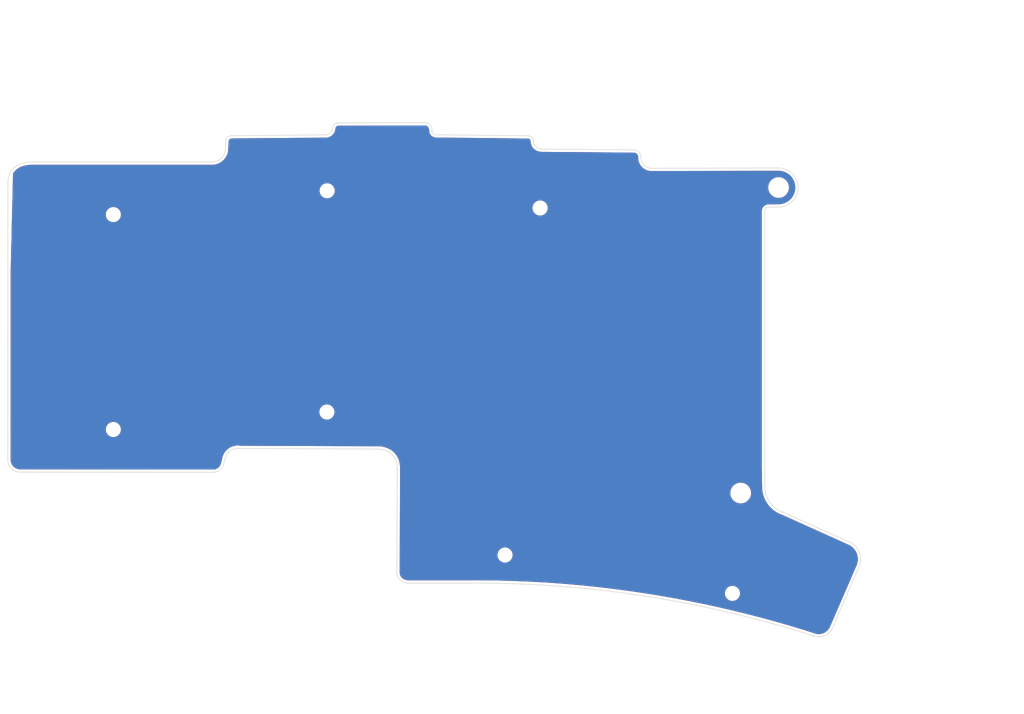
<source format=kicad_pcb>
(kicad_pcb (version 20241229) (generator "pcbnew") (generator_version "9.0")
  (title_block (title "Cirrus40") (rev "1") (company "schuay"))
  (layers (0 "F.Cu" signal) (2 "B.Cu" signal) (13 "F.Paste" user) (15 "B.Paste" user) (5 "F.SilkS" user "F.Silkscreen") (7 "B.SilkS" user "B.Silkscreen") (1 "F.Mask" user) (3 "B.Mask" user) (25 "Edge.Cuts" user))
  (net 0 "")
  (net 1 "GND")
  (footprint "MountingHole:MountingHole_2.2mm_M2" (layer "F.Cu") (at 59.44306 65.577056)
    (property "Reference" "REF**" (hide yes))
    (property "Value" "MountingHole_2.2mm_M2")
    (pad "" np_thru_hole circle (at 0 0) (size 2.2 2.2) (drill 2.2) (layers "*.Cu" "*.Mask"))
  )
  (footprint "MountingHole:MountingHole_2.2mm_M2" (layer "F.Cu") (at 135.5 64.4)
    (property "Reference" "REF**" (hide yes))
    (property "Value" "MountingHole_2.2mm_M2")
    (pad "" np_thru_hole circle (at 0 0) (size 2.2 2.2) (drill 2.2) (layers "*.Cu" "*.Mask"))
  )
  (footprint "MountingHole:MountingHole_2.2mm_M2" (layer "F.Cu") (at 129.25 126.25)
    (property "Reference" "REF**" (hide yes))
    (property "Value" "MountingHole_2.2mm_M2")
    (pad "" np_thru_hole circle (at 0 0) (size 2.2 2.2) (drill 2.2) (layers "*.Cu" "*.Mask"))
  )
  (footprint "MountingHole:MountingHole_2.2mm_M2" (layer "F.Cu") (at 59.44306 103.877056)
    (property "Reference" "REF**" (hide yes))
    (property "Value" "MountingHole_2.2mm_M2")
    (pad "" np_thru_hole circle (at 0 0) (size 2.2 2.2) (drill 2.2) (layers "*.Cu" "*.Mask"))
  )
  (footprint "MountingHole:MountingHole_2.2mm_M2" (layer "F.Cu") (at 97.547338 61.328905)
    (property "Reference" "REF**" (hide yes))
    (property "Value" "MountingHole_2.2mm_M2")
    (pad "" np_thru_hole circle (at 0 0) (size 2.2 2.2) (drill 2.2) (layers "*.Cu" "*.Mask"))
  )
  (footprint "MountingHole:MountingHole_2.2mm_M2" (layer "F.Cu") (at 169.780996 133.082312)
    (property "Reference" "REF**" (hide yes))
    (property "Value" "MountingHole_2.2mm_M2")
    (pad "" np_thru_hole circle (at 0 0) (size 2.2 2.2) (drill 2.2) (layers "*.Cu" "*.Mask"))
  )
  (footprint "MountingHole:MountingHole_3.2mm_M3" (layer "F.Cu") (at 171.25 115.2)
    (property "Reference" "REF**" (hide yes))
    (property "Value" "MountingHole_3.2mm_M3")
    (pad "" np_thru_hole circle (at 0 0) (size 3.2 3.2) (drill 3.2) (layers "*.Cu" "*.Mask"))
  )
  (footprint "MountingHole:MountingHole_3.2mm_M3" (layer "F.Cu") (at 178 60.75)
    (property "Reference" "REF**" (hide yes))
    (property "Value" "MountingHole_3.2mm_M3")
    (pad "" np_thru_hole circle (at 0 0) (size 3.2 3.2) (drill 3.2) (layers "*.Cu" "*.Mask"))
  )
  (footprint "MountingHole:MountingHole_2.2mm_M2" (layer "F.Cu") (at 97.502036 100.76535)
    (property "Reference" "REF**" (hide yes))
    (property "Value" "MountingHole_2.2mm_M2")
    (pad "" np_thru_hole circle (at 0 0) (size 2.2 2.2) (drill 2.2) (layers "*.Cu" "*.Mask"))
  )
  (gr_line (start 79.497285 52.494748) (end 79.397672 54.176851) (stroke (width 0.1)) (layer "Edge.Cuts"))
  (gr_curve (pts (xy 134.294428 52.309002) (xy 134.294428 53.975) (xy 135.88141 53.899538) (xy 135.88141 53.899538)) (stroke (width 0.1)) (layer "Edge.Cuts"))
  (gr_arc (start 79.497285 52.494748) (mid 79.796137 51.810122) (end 80.428137 51.502901) (stroke (width 0.1)) (layer "Edge.Cuts"))
  (gr_arc (start 190.958273 124.086814) (mid 192.388435 125.746797) (end 192.230074 128.593028) (stroke (width 0.1)) (layer "Edge.Cuts"))
  (gr_line (start 99.685441 49.227305) (end 114.987117 49.194537) (stroke (width 0.1)) (layer "Edge.Cuts"))
  (gr_curve (pts (xy 99.685441 49.227305) (xy 98.5 49.227305) (xy 98.517265 50.283396) (xy 98.517265 50.283396)) (stroke (width 0.1)) (layer "Edge.Cuts"))
  (gr_arc (start 178.879551 118.641336) (mid 176.46817 116.871881) (end 175.569409 114.277279) (stroke (width 0.1)) (layer "Edge.Cuts"))
  (gr_curve (pts (xy 110.049538 110.843938) (xy 110.049538 107.418019) (xy 106.845074 107.364877) (xy 106.845074 107.364877)) (stroke (width 0.1)) (layer "Edge.Cuts"))
  (gr_arc (start 79.397672 54.176851) (mid 78.721671 55.494832) (end 77.016691 56.202796) (stroke (width 0.1)) (layer "Edge.Cuts"))
  (gr_line (start 178.879551 118.641336) (end 190.958273 124.086814) (stroke (width 0.1)) (layer "Edge.Cuts"))
  (gr_line (start 82.037473 107.267484) (end 106.845074 107.364877) (stroke (width 0.1)) (layer "Edge.Cuts"))
  (gr_curve (pts (xy 45.031876 56.202796) (xy 40.64 56.202796) (xy 40.649101 59.595156) (xy 40.649101 59.595156)) (stroke (width 0.1)) (layer "Edge.Cuts"))
  (gr_line (start 40.64 109.215476) (end 40.649101 59.595156) (stroke (width 0.1)) (layer "Edge.Cuts"))
  (gr_line (start 176.250018 64.25) (end 178.070175 64.231722) (stroke (width 0.1)) (layer "Edge.Cuts"))
  (gr_line (start 42.843832 111.477725) (end 77.25909 111.508722) (stroke (width 0.1)) (layer "Edge.Cuts"))
  (gr_arc (start 155.34665 57.316713) (mid 154.008636 56.737843) (end 153.480447 55.3212) (stroke (width 0.1)) (layer "Edge.Cuts"))
  (gr_line (start 175.5 65.000008) (end 175.500343 110.430326) (stroke (width 0.1)) (layer "Edge.Cuts"))
  (gr_line (start 135.88141 53.899538) (end 152.218525 54.037742) (stroke (width 0.1)) (layer "Edge.Cuts"))
  (gr_arc (start 42.843832 111.477725) (mid 41.303323 110.847548) (end 40.64 109.215476) (stroke (width 0.1)) (layer "Edge.Cuts"))
  (gr_line (start 79.316796 109.170663) (end 79.084788 110.145018) (stroke (width 0.1)) (layer "Edge.Cuts"))
  (gr_line (start 192.230074 128.593028) (end 187.596582 139.289075) (stroke (width 0.1)) (layer "Edge.Cuts"))
  (gr_arc (start 79.084788 110.145018) (mid 78.604563 110.944026) (end 77.25909 111.508722) (stroke (width 0.1)) (layer "Edge.Cuts"))
  (gr_line (start 117.188751 51.348223) (end 133.370586 51.521996) (stroke (width 0.1)) (layer "Edge.Cuts"))
  (gr_arc (start 79.316796 109.170663) (mid 79.83219 108.064193) (end 82.037473 107.267484) (stroke (width 0.1)) (layer "Edge.Cuts"))
  (gr_arc (start 175.5 65.000008) (mid 175.71967 64.46967) (end 176.250018 64.25) (stroke (width 0.1)) (layer "Edge.Cuts"))
  (gr_line (start 45.031876 56.202796) (end 77.016691 56.202796) (stroke (width 0.1)) (layer "Edge.Cuts"))
  (gr_line (start 97.155 51.367103) (end 80.428137 51.502901) (stroke (width 0.1)) (layer "Edge.Cuts"))
  (gr_arc (start 187.596582 139.289075) (mid 186.176086 140.638018) (end 184.047178 140.613355) (stroke (width 0.1)) (layer "Edge.Cuts"))
  (gr_arc (start 152.218525 54.037742) (mid 153.104472 54.413528) (end 153.480442 55.3212) (stroke (width 0.1)) (layer "Edge.Cuts"))
  (gr_curve (pts (xy 116.246171 50.619063) (xy 116.246171 51.435) (xy 117.188751 51.348223) (xy 117.188751 51.348223)) (stroke (width 0.1)) (layer "Edge.Cuts"))
  (gr_arc (start 177.984101 57.267607) (mid 181.482427 60.75) (end 178.070175 64.231722) (stroke (width 0.1)) (layer "Edge.Cuts"))
  (gr_line (start 123.001162 131.253815) (end 112 131.253815) (stroke (width 0.1)) (layer "Edge.Cuts"))
  (gr_arc (start 133.370586 51.521996) (mid 133.964678 51.744316) (end 134.294428 52.308779) (stroke (width 0.1)) (layer "Edge.Cuts"))
  (gr_curve (pts (xy 97.155 51.367103) (xy 98.425 51.367103) (xy 98.517265 50.283396) (xy 98.517265 50.283396)) (stroke (width 0.1)) (layer "Edge.Cuts"))
  (gr_line (start 110.049538 110.843938) (end 109.976394 129.23506) (stroke (width 0.1)) (layer "Edge.Cuts"))
  (gr_curve (pts (xy 114.987117 49.194537) (xy 116.2 49.194537) (xy 116.246171 50.619063) (xy 116.246171 50.619063)) (stroke (width 0.1)) (layer "Edge.Cuts"))
  (gr_line (start 155.34665 57.316713) (end 177.984101 57.267607) (stroke (width 0.1)) (layer "Edge.Cuts"))
  (gr_curve (pts (xy 109.976394 129.23506) (xy 109.976394 131.253815) (xy 112 131.253815) (xy 112 131.253815)) (stroke (width 0.1)) (layer "Edge.Cuts"))
  (gr_line (start 175.500343 110.430326) (end 175.569409 114.277279) (stroke (width 0.1)) (layer "Edge.Cuts"))
  (gr_arc (start 123.001162 131.253815) (mid 154.879613 133.683408) (end 184.047178 140.613355) (stroke (width 0.1)) (layer "Edge.Cuts"))
  (zone (net 1) (net_name "GND") (layers "F.Cu" "B.Cu") (connect_pads (clearance 0.508)) (min_thickness 0.25) (fill yes (thermal_gap 0.5) (thermal_bridge_width 0.5))
    (polygon (pts (xy 42.3164 27.3304) (xy 221.742 32.3596) (xy 209.4738 153.1874) (xy 39.243 154.5844)))
  )
)
</source>
